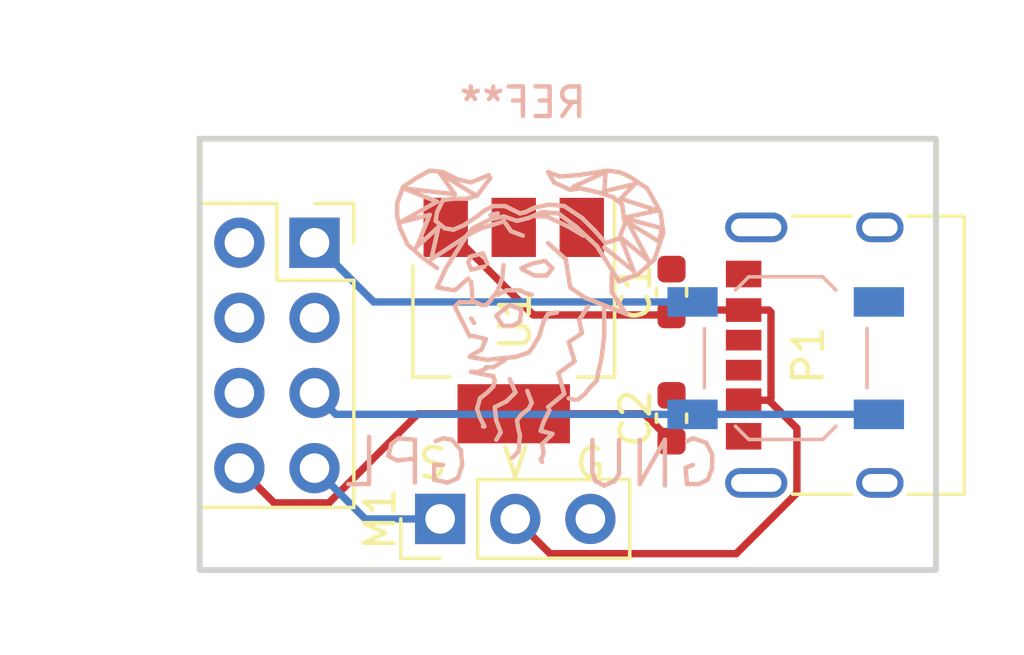
<source format=kicad_pcb>
(kicad_pcb (version 20211014) (generator pcbnew)
  (title_block (title "ESP8266 Blinker XiaoAI") (date "2022-03-08") (rev "1.0") (company "St.kai"))
  (layers (0 "F.Cu" signal) (31 "B.Cu" signal) (34 "B.Paste" user) (35 "F.Paste" user) (36 "B.SilkS" user "B.Silkscreen") (37 "F.SilkS" user "F.Silkscreen") (38 "B.Mask" user) (39 "F.Mask" user) (44 "Edge.Cuts" user))
  (net 0 "")
  (net 1 "+5V")
  (net 2 "GND")
  (net 3 "+3V3")
  (net 4 "/TX")
  (net 5 "/IO2")
  (net 6 "/EN")
  (net 7 "/IO0")
  (net 8 "/RST")
  (net 9 "/RX")
  (footprint "Library:USB_C_6P" (layer "F.Cu") (at 148.9456 94.3864 90)
    (fp_text reference "P1" (at 0 -1.3716 90 unlocked) (layer "F.SilkS"))
    (fp_text value "USB_C_Plug_USB2.0")
    (fp_line (start 4.7 -1.9) (end 4.7 0.1) (layer "F.SilkS") (width 0.12))
    (fp_line (start -4.7 2) (end -4.7 3.9) (layer "F.SilkS") (width 0.12))
    (fp_line (start -4.7 3.9) (end 4.7 3.9) (layer "F.SilkS") (width 0.12))
    (fp_line (start 4.7 2) (end 4.7 3.9) (layer "F.SilkS") (width 0.12))
    (fp_line (start -4.7 -1.9) (end -4.7 0.1) (layer "F.SilkS") (width 0.12))
    (pad "A5" smd rect (at -0.508 -3.556 90) (size 0.7 1.2) (layers "F.Cu" "F.Paste" "F.Mask"))
    (pad "A9" smd rect (at 1.524 -3.556 90) (size 0.8 1.2) (layers "F.Cu" "F.Paste" "F.Mask") (net 1 "+5V"))
    (pad "A12" smd rect (at 2.7432 -3.556 90) (size 0.9 1.2) (layers "F.Cu" "F.Paste" "F.Mask") (net 2 "GND"))
    (pad "B5" smd rect (at 0.508 -3.556 90) (size 0.7 1.2) (layers "F.Cu" "F.Paste" "F.Mask"))
    (pad "B9" smd rect (at -1.524 -3.556 90) (size 0.8 1.2) (layers "F.Cu" "F.Paste" "F.Mask") (net 1 "+5V"))
    (pad "B12" smd rect (at -2.7432 -3.556 90) (size 0.9 1.2) (layers "F.Cu" "F.Paste" "F.Mask") (net 2 "GND"))
    (pad "S1" thru_hole oval (at -4.32 1.05 90) (size 1 1.6) (drill oval 0.6 1.2) (layers *.Cu *.Mask))
    (pad "S1" thru_hole oval (at 4.32 1.05 90) (size 1 1.6) (drill oval 0.6 1.2) (layers *.Cu *.Mask))
    (pad "S1" thru_hole oval (at 4.32 -3.13 90) (size 1 2.1) (drill oval 0.6 1.7) (layers *.Cu *.Mask))
    (pad "S1" thru_hole oval (at -4.32 -3.13 90) (size 1 2.1) (drill oval 0.6 1.7) (layers *.Cu *.Mask))
  )
  (footprint "Connector_PinHeader_2.54mm:PinHeader_1x03_P2.54mm_Vertical" (layer "F.Cu") (at 135.128 99.9236 90)
    (fp_text reference "M1" (at 0 -2.032 90) (layer "F.SilkS"))
    (fp_text value "Motor_Servo")
    (fp_line (start 1.33 1.27) (end 1.33 6.41) (layer "F.SilkS") (width 0.12))
    (fp_line (start -1.33 1.27) (end -1.33 6.41) (layer "F.SilkS") (width 0.12))
    (fp_line (start -1.33 0) (end -1.33 -1.33) (layer "F.SilkS") (width 0.12))
    (fp_line (start -1.33 -1.33) (end 0 -1.33) (layer "F.SilkS") (width 0.12))
    (fp_line (start -1.33 1.27) (end 1.33 1.27) (layer "F.SilkS") (width 0.12))
    (fp_line (start -1.33 6.41) (end 1.33 6.41) (layer "F.SilkS") (width 0.12))
    (pad "1" thru_hole rect (at 0 0 90) (size 1.7 1.7) (drill 1) (layers *.Cu *.Mask) (net 9 "/RX"))
    (pad "2" thru_hole oval (at 0 2.54 90) (size 1.7 1.7) (drill 1) (layers *.Cu *.Mask) (net 1 "+5V"))
    (pad "3" thru_hole oval (at 0 5.08 90) (size 1.7 1.7) (drill 1) (layers *.Cu *.Mask) (net 2 "GND"))
  )
  (footprint "Capacitor_SMD:C_0603_1608Metric" (layer "F.Cu") (at 142.9512 96.52 90)
    (fp_text reference "C2" (at 0 -1.2192 90) (layer "F.SilkS"))
    (fp_text value "C")
    (fp_line (start -0.14058 -0.51) (end 0.14058 -0.51) (layer "F.SilkS") (width 0.12))
    (fp_line (start -0.14058 0.51) (end 0.14058 0.51) (layer "F.SilkS") (width 0.12))
    (pad "1" smd roundrect (at -0.775 0 90) (size 0.9 0.95) (layers "F.Cu" "F.Paste" "F.Mask") (net 3 "+3V3"))
    (pad "2" smd roundrect (at 0.775 0 90) (size 0.9 0.95) (layers "F.Cu" "F.Paste" "F.Mask") (net 2 "GND"))
  )
  (footprint "Capacitor_SMD:C_0603_1608Metric" (layer "F.Cu") (at 142.9512 92.2528 90)
    (fp_text reference "C1" (at 0 -1.2192 90) (layer "F.SilkS"))
    (fp_text value "C")
    (fp_line (start -0.14058 -0.51) (end 0.14058 -0.51) (layer "F.SilkS") (width 0.12))
    (fp_line (start -0.14058 0.51) (end 0.14058 0.51) (layer "F.SilkS") (width 0.12))
    (pad "1" smd roundrect (at -0.775 0 90) (size 0.9 0.95) (layers "F.Cu" "F.Paste" "F.Mask") (net 1 "+5V"))
    (pad "2" smd roundrect (at 0.775 0 90) (size 0.9 0.95) (layers "F.Cu" "F.Paste" "F.Mask") (net 2 "GND"))
  )
  (footprint "Package_TO_SOT_SMD:SOT-223-3_TabPin2" (layer "F.Cu") (at 137.6172 93.218 -90)
    (fp_text reference "U1" (at 0 -0.0508 90) (layer "F.SilkS"))
    (fp_text value "AMS1117")
    (fp_line (start 1.91 -3.41) (end 1.91 -2.15) (layer "F.SilkS") (width 0.12))
    (fp_line (start 1.91 3.41) (end 1.91 2.15) (layer "F.SilkS") (width 0.12))
    (fp_line (start -4.1 -3.41) (end 1.91 -3.41) (layer "F.SilkS") (width 0.12))
    (fp_line (start -1.85 3.41) (end 1.91 3.41) (layer "F.SilkS") (width 0.12))
    (pad "1" smd rect (at -3.15 -2.3 270) (size 2 1.5) (layers "F.Cu" "F.Paste" "F.Mask") (net 2 "GND"))
    (pad "2" smd rect (at -3.15 0 270) (size 2 1.5) (layers "F.Cu" "F.Paste" "F.Mask") (net 3 "+3V3"))
    (pad "2" smd rect (at 3.15 0 270) (size 2 3.8) (layers "F.Cu" "F.Paste" "F.Mask") (net 3 "+3V3"))
    (pad "3" smd rect (at -3.15 2.3 270) (size 2 1.5) (layers "F.Cu" "F.Paste" "F.Mask") (net 1 "+5V"))
  )
  (footprint "Connector_PinSocket_2.54mm:PinSocket_2x04_P2.54mm_Vertical" (layer "F.Cu") (at 130.8808 90.5864)
    (fp_text reference "J1" hide)
    (fp_text value "Conn_02x04_Top_Bottom")
    (fp_line (start -3.87 -1.33) (end -1.27 -1.33) (layer "F.SilkS") (width 0.12))
    (fp_line (start -1.27 1.27) (end 1.33 1.27) (layer "F.SilkS") (width 0.12))
    (fp_line (start 0 -1.33) (end 1.33 -1.33) (layer "F.SilkS") (width 0.12))
    (fp_line (start 1.33 -1.33) (end 1.33 0) (layer "F.SilkS") (width 0.12))
    (fp_line (start -3.87 -1.33) (end -3.87 8.95) (layer "F.SilkS") (width 0.12))
    (fp_line (start -1.27 -1.33) (end -1.27 1.27) (layer "F.SilkS") (width 0.12))
    (fp_line (start 1.33 1.27) (end 1.33 8.95) (layer "F.SilkS") (width 0.12))
    (fp_line (start -3.87 8.95) (end 1.33 8.95) (layer "F.SilkS") (width 0.12))
    (pad "1" thru_hole rect (at 0 0) (size 1.7 1.7) (drill 1) (layers *.Cu *.Mask) (net 2 "GND"))
    (pad "2" thru_hole oval (at -2.54 0) (size 1.7 1.7) (drill 1) (layers *.Cu *.Mask) (net 4 "/TX"))
    (pad "3" thru_hole oval (at 0 2.54) (size 1.7 1.7) (drill 1) (layers *.Cu *.Mask) (net 5 "/IO2"))
    (pad "4" thru_hole oval (at -2.54 2.54) (size 1.7 1.7) (drill 1) (layers *.Cu *.Mask) (net 6 "/EN"))
    (pad "5" thru_hole oval (at 0 5.08) (size 1.7 1.7) (drill 1) (layers *.Cu *.Mask) (net 7 "/IO0"))
    (pad "6" thru_hole oval (at -2.54 5.08) (size 1.7 1.7) (drill 1) (layers *.Cu *.Mask) (net 8 "/RST"))
    (pad "7" thru_hole oval (at 0 7.62) (size 1.7 1.7) (drill 1) (layers *.Cu *.Mask) (net 9 "/RX"))
    (pad "8" thru_hole oval (at -2.54 7.62) (size 1.7 1.7) (drill 1) (layers *.Cu *.Mask) (net 3 "+3V3"))
  )
  (footprint "Symbol:Symbol_GNU-Logo_SilkscreenTop" (layer "B.Cu") (at 137.92581 91.89593 180)
    (fp_text reference "REF**" (at 0 6.05028) (layer "B.SilkS") (effects (justify mirror)))
    (fp_text value "Symbol_GNU-Logo_SilkscreenTop")
    (fp_line (start -3.29946 2.79908) (end -3.79984 3.29946) (layer "B.SilkS") (width 0.15))
    (fp_line (start 0.09906 -5.19938) (end 0.14986 -5.75056) (layer "B.SilkS") (width 0.15))
    (fp_line (start -2.49936 1.19888) (end -1.80086 1.84912) (layer "B.SilkS") (width 0.15))
    (fp_line (start -0.29972 0.59944) (end -0.7493 0.70104) (layer "B.SilkS") (width 0.15))
    (fp_line (start -2.49936 -3.35026) (end -2.55016 -3.05054) (layer "B.SilkS") (width 0.15))
    (fp_line (start 2.79908 3.64998) (end 1.651 2.94894) (layer "B.SilkS") (width 0.15))
    (fp_line (start 1.75006 -0.70104) (end 2.14884 -0.70104) (layer "B.SilkS") (width 0.15))
    (fp_line (start -1.89992 -1.30048) (end -1.99898 -1.75006) (layer "B.SilkS") (width 0.15))
    (fp_line (start -1.19888 2.30124) (end -0.65024 2.3495) (layer "B.SilkS") (width 0.15))
    (fp_line (start 2.94894 2.04978) (end 2.64922 1.80086) (layer "B.SilkS") (width 0.15))
    (fp_line (start -0.09906 -0.39878) (end -0.29972 -0.44958) (layer "B.SilkS") (width 0.15))
    (fp_line (start 0.39878 1.69926) (end 0.65024 2.04978) (layer "B.SilkS") (width 0.15))
    (fp_line (start -0.70104 -5.79882) (end -0.65024 -5.95122) (layer "B.SilkS") (width 0.15))
    (fp_line (start -2.75082 -1.84912) (end -2.75082 -1.34874) (layer "B.SilkS") (width 0.15))
    (fp_line (start -0.8001 2.19964) (end -0.44958 2.19964) (layer "B.SilkS") (width 0.15))
    (fp_line (start -3.59918 3.55092) (end -4.20116 3.1496) (layer "B.SilkS") (width 0.15))
    (fp_line (start 2.04978 -6.20014) (end 2.19964 -6.64972) (layer "B.SilkS") (width 0.15))
    (fp_line (start 3.0988 0.7493) (end 2.84988 1.84912) (layer "B.SilkS") (width 0.15))
    (fp_line (start 2.90068 2.70002) (end 4.04876 3.1496) (layer "B.SilkS") (width 0.15))
    (fp_line (start -0.59944 -5.04952) (end -1.00076 -5.15112) (layer "B.SilkS") (width 0.15))
    (fp_line (start 0.55118 -4.04876) (end 0.94996 -4.24942) (layer "B.SilkS") (width 0.15))
    (fp_line (start -3.74904 0.35052) (end -3.29946 1.50114) (layer "B.SilkS") (width 0.15))
    (fp_line (start 1.5494 -4.30022) (end 1.45034 -4.59994) (layer "B.SilkS") (width 0.15))
    (fp_line (start 1.89992 2.79908) (end 2.3495 2.79908) (layer "B.SilkS") (width 0.15))
    (fp_line (start 4.45008 -5.4991) (end 4.54914 -5.90042) (layer "B.SilkS") (width 0.15))
    (fp_line (start -6.4008 -6.2992) (end -6.25094 -6.70052) (layer "B.SilkS") (width 0.15))
    (fp_line (start 1.30048 2.4003) (end 1.00076 2.55016) (layer "B.SilkS") (width 0.15))
    (fp_line (start -4.54914 2.4003) (end -3.29946 2.79908) (layer "B.SilkS") (width 0.15))
    (fp_line (start 2.70002 2.75082) (end 2.90068 2.3495) (layer "B.SilkS") (width 0.15))
    (fp_line (start 1.84912 0.65024) (end 1.75006 0.39878) (layer "B.SilkS") (width 0.15))
    (fp_line (start -4.699 1.80086) (end -3.40106 2.14884) (layer "B.SilkS") (width 0.15))
    (fp_line (start 1.69926 1.80086) (end 1.89992 1.5494) (layer "B.SilkS") (width 0.15))
    (fp_line (start 2.90068 -0.20066) (end 2.30124 -0.29972) (layer "B.SilkS") (width 0.15))
    (fp_line (start 4.24942 2.19964) (end 4.15036 1.80086) (layer "B.SilkS") (width 0.15))
    (fp_line (start -5.95122 -6.85038) (end -5.5499 -6.85038) (layer "B.SilkS") (width 0.15))
    (fp_line (start 2.90068 2.3495) (end 2.94894 2.04978) (layer "B.SilkS") (width 0.15))
    (fp_line (start -1.19888 -3.0988) (end -1.39954 -3.79984) (layer "B.SilkS") (width 0.15))
    (fp_line (start 1.30048 -4.89966) (end 1.34874 -4.89966) (layer "B.SilkS") (width 0.15))
    (fp_line (start -4.20116 3.1496) (end -4.65074 2.3495) (layer "B.SilkS") (width 0.15))
    (fp_line (start 2.4003 -5.34924) (end 2.10058 -5.69976) (layer "B.SilkS") (width 0.15))
    (fp_line (start 1.99898 1.89992) (end 1.5494 2.19964) (layer "B.SilkS") (width 0.15))
    (fp_line (start 4.04876 3.1496) (end 2.30124 2.94894) (layer "B.SilkS") (width 0.15))
    (fp_line (start -3.2512 1.45034) (end -3.44932 1.95072) (layer "B.SilkS") (width 0.15))
    (fp_line (start -0.55118 -1.84912) (end -0.70104 -1.34874) (layer "B.SilkS") (width 0.15))
    (fp_line (start -3.50012 -1.09982) (end -2.10058 -0.55118) (layer "B.SilkS") (width 0.15))
    (fp_line (start 1.75006 0.8509) (end 1.84912 0.65024) (layer "B.SilkS") (width 0.15))
    (fp_line (start -0.89916 2.60096) (end -1.39954 2.55016) (layer "B.SilkS") (width 0.15))
    (fp_line (start -0.8509 3.70078) (end -1.24968 3.55092) (layer "B.SilkS") (width 0.15))
    (fp_line (start -0.20066 -2.4003) (end -0.35052 -2.19964) (layer "B.SilkS") (width 0.15))
    (fp_line (start -4.24942 0.70104) (end -3.55092 1.99898) (layer "B.SilkS") (width 0.15))
    (fp_line (start 3.1496 3.74904) (end 3.59918 3.50012) (layer "B.SilkS") (width 0.15))
    (fp_line (start 0.20066 -4.699) (end 0.14986 -5.00126) (layer "B.SilkS") (width 0.15))
    (fp_line (start 1.09982 2.10058) (end 1.69926 1.80086) (layer "B.SilkS") (width 0.15))
    (fp_line (start -2.79908 3.70078) (end -1.69926 3.2004) (layer "B.SilkS") (width 0.15))
    (fp_line (start -1.00076 -5.15112) (end -0.65024 -5.4991) (layer "B.SilkS") (width 0.15))
    (fp_line (start 0.20066 2.04978) (end 0.65024 2.19964) (layer "B.SilkS") (width 0.15))
    (fp_line (start -2.10058 -3.79984) (end -2.25044 -3.59918) (layer "B.SilkS") (width 0.15))
    (fp_line (start -2.19964 -0.8509) (end -1.89992 -1.30048) (layer "B.SilkS") (width 0.15))
    (fp_line (start -0.14986 -3.70078) (end -0.29972 -4.09956) (layer "B.SilkS") (width 0.15))
    (fp_line (start 2.19964 3.44932) (end 2.70002 3.70078) (layer "B.SilkS") (width 0.15))
    (fp_line (start 2.99974 -6.20014) (end 2.70002 -6.20014) (layer "B.SilkS") (width 0.15))
    (fp_line (start 1.19888 -3.74904) (end 1.45034 -3.9497) (layer "B.SilkS") (width 0.15))
    (fp_line (start 1.75006 3.35026) (end 2.19964 3.44932) (layer "B.SilkS") (width 0.15))
    (fp_line (start 2.3495 1.75006) (end 1.99898 1.89992) (layer "B.SilkS") (width 0.15))
    (fp_line (start -2.84988 3.74904) (end -3.2512 3.70078) (layer "B.SilkS") (width 0.15))
    (fp_line (start 1.09982 3.50012) (end 1.5494 2.90068) (layer "B.SilkS") (width 0.15))
    (fp_line (start 1.5494 2.90068) (end 1.89992 2.79908) (layer "B.SilkS") (width 0.15))
    (fp_line (start -2.70002 -2.25044) (end -2.75082 -1.84912) (layer "B.SilkS") (width 0.15))
    (fp_line (start 0.7493 -2.60096) (end 0.24892 -2.55016) (layer "B.SilkS") (width 0.15))
    (fp_line (start 4.20116 -5.30098) (end 4.45008 -5.4991) (layer "B.SilkS") (width 0.15))
    (fp_line (start -3.44932 1.95072) (end -3.35026 2.60096) (layer "B.SilkS") (width 0.15))
    (fp_line (start -1.75006 -4.0005) (end -1.5494 -3.9497) (layer "B.SilkS") (width 0.15))
    (fp_line (start 0.89916 -1.15062) (end 0.44958 -0.8001) (layer "B.SilkS") (width 0.15))
    (fp_line (start 0.8509 -0.29972) (end 0.94996 -0.44958) (layer "B.SilkS") (width 0.15))
    (fp_line (start 0.09906 2.30124) (end -0.09906 2.3495) (layer "B.SilkS") (width 0.15))
    (fp_line (start 3.8989 1.24968) (end 3.44932 0.8509) (layer "B.SilkS") (width 0.15))
    (fp_line (start -2.60096 2.99974) (end -1.95072 3.1496) (layer "B.SilkS") (width 0.15))
    (fp_line (start -4.8006 -6.90118) (end -4.8006 -5.34924) (layer "B.SilkS") (width 0.15))
    (fp_line (start 1.24968 -1.95072) (end 1.39954 -2.30124) (layer "B.SilkS") (width 0.15))
    (fp_line (start -0.7493 0.70104) (end -1.00076 0.44958) (layer "B.SilkS") (width 0.15))
    (fp_line (start 4.15036 1.80086) (end 3.8989 1.24968) (layer "B.SilkS") (width 0.15))
    (fp_line (start 1.09982 -0.65024) (end 1.24968 -0.8001) (layer "B.SilkS") (width 0.15))
    (fp_line (start 1.00076 -2.90068) (end 1.24968 -2.90068) (layer "B.SilkS") (width 0.15))
    (fp_line (start 1.75006 0) (end 1.69926 -0.65024) (layer "B.SilkS") (width 0.15))
    (fp_line (start 1.80086 -2.55016) (end 1.19888 -2.64922) (layer "B.SilkS") (width 0.15))
    (fp_line (start -0.70104 -4.7498) (end -0.59944 -5.04952) (layer "B.SilkS") (width 0.15))
    (fp_line (start -1.5494 1.84912) (end -0.8001 2.19964) (layer "B.SilkS") (width 0.15))
    (fp_line (start 0.44958 -3.29946) (end 0.24892 -3.74904) (layer "B.SilkS") (width 0.15))
    (fp_line (start -1.04902 3.35026) (end -0.8509 3.70078) (layer "B.SilkS") (width 0.15))
    (fp_line (start 3.59918 3.50012) (end 4.04876 3.2004) (layer "B.SilkS") (width 0.15))
    (fp_line (start 5.19938 -5.25018) (end 5.19938 -6.85038) (layer "B.SilkS") (width 0.15))
    (fp_line (start -1.5494 -2.04978) (end -1.75006 -2.70002) (layer "B.SilkS") (width 0.15))
    (fp_line (start -0.59944 -5.99948) (end -0.65024 -6.10108) (layer "B.SilkS") (width 0.15))
    (fp_line (start -3.05054 2.84988) (end -2.60096 2.99974) (layer "B.SilkS") (width 0.15))
    (fp_line (start -2.04978 1.5494) (end -1.5494 1.84912) (layer "B.SilkS") (width 0.15))
    (fp_line (start -3.0988 -6.74878) (end -2.75082 -6.90118) (layer "B.SilkS") (width 0.15))
    (fp_line (start 1.39954 1.80086) (end 1.80086 1.6002) (layer "B.SilkS") (width 0.15))
    (fp_line (start 0.7493 -5.10032) (end 0.89916 -5.34924) (layer "B.SilkS") (width 0.15))
    (fp_line (start -1.80086 1.84912) (end -1.19888 2.30124) (layer "B.SilkS") (width 0.15))
    (fp_line (start -2.64922 -2.64922) (end -2.70002 -2.25044) (layer "B.SilkS") (width 0.15))
    (fp_line (start 0.24892 -3.74904) (end 0.55118 -4.04876) (layer "B.SilkS") (width 0.15))
    (fp_line (start 1.34874 0.94996) (end 1.75006 0.8509) (layer "B.SilkS") (width 0.15))
    (fp_line (start 0.94996 -3.35026) (end 1.00076 -3.55092) (layer "B.SilkS") (width 0.15))
    (fp_line (start -1.95072 3.1496) (end -1.6002 3.0988) (layer "B.SilkS") (width 0.15))
    (fp_line (start 1.00076 2.55016) (end 0.59944 2.55016) (layer "B.SilkS") (width 0.15))
    (fp_line (start -3.8989 0.24892) (end -3.2512 0) (layer "B.SilkS") (width 0.15))
    (fp_line (start -6.4008 -5.84962) (end -6.4008 -6.2992) (layer "B.SilkS") (width 0.15))
    (fp_line (start -0.70104 -1.34874) (end -0.8509 -1.09982) (layer "B.SilkS") (width 0.15))
    (fp_line (start 1.75006 0.39878) (end 1.30048 0.50038) (layer "B.SilkS") (width 0.15))
    (fp_line (start -6.20014 -5.45084) (end -6.4008 -5.84962) (layer "B.SilkS") (width 0.15))
    (fp_line (start 1.89992 1.5494) (end 2.60096 0.44958) (layer "B.SilkS") (width 0.15))
    (fp_line (start -6.25094 -6.70052) (end -5.95122 -6.85038) (layer "B.SilkS") (width 0.15))
    (fp_line (start -1.89992 3.59918) (end -2.84988 3.74904) (layer "B.SilkS") (width 0.15))
    (fp_line (start -1.6002 3.0988) (end -1.04902 3.35026) (layer "B.SilkS") (width 0.15))
    (fp_line (start 2.30124 -0.29972) (end 1.84912 0.09906) (layer "B.SilkS") (width 0.15))
    (fp_line (start 1.19888 -2.64922) (end 0.7493 -2.60096) (layer "B.SilkS") (width 0.15))
    (fp_line (start -2.4511 -6.74878) (end -2.3495 -6.44906) (layer "B.SilkS") (width 0.15))
    (fp_line (start -1.99898 2.14884) (end -2.4511 1.69926) (layer "B.SilkS") (width 0.15))
    (fp_line (start 0.09906 -1.34874) (end 0.35052 -1.50114) (layer "B.SilkS") (width 0.15))
    (fp_line (start -4.65074 2.3495) (end -4.7498 1.651) (layer "B.SilkS") (width 0.15))
    (fp_line (start -1.84912 -4.0005) (end -2.10058 -3.79984) (layer "B.SilkS") (width 0.15))
    (fp_line (start -1.75006 -2.70002) (end -1.19888 -3.0988) (layer "B.SilkS") (width 0.15))
    (fp_line (start -4.8006 -5.34924) (end -3.9497 -6.85038) (layer "B.SilkS") (width 0.15))
    (fp_line (start -1.99898 -1.75006) (end -1.5494 -2.04978) (layer "B.SilkS") (width 0.15))
    (fp_line (start 0.89916 -4.699) (end 0.7493 -5.10032) (layer "B.SilkS") (width 0.15))
    (fp_line (start -2.99974 -0.35052) (end -3.50012 -1.09982) (layer "B.SilkS") (width 0.15))
    (fp_line (start -0.20066 -4.30022) (end 0.0508 -4.50088) (layer "B.SilkS") (width 0.15))
    (fp_line (start -1.45034 0.7493) (end -0.8509 1.30048) (layer "B.SilkS") (width 0.15))
    (fp_line (start -2.79908 1.30048) (end -3.2512 1.45034) (layer "B.SilkS") (width 0.15))
    (fp_line (start 0.0508 -4.50088) (end 0.20066 -4.699) (layer "B.SilkS") (width 0.15))
    (fp_line (start 3.59918 1.15062) (end 3.1496 2.25044) (layer "B.SilkS") (width 0.15))
    (fp_line (start -5.4991 -6.2992) (end -5.75056 -6.20014) (layer "B.SilkS") (width 0.15))
    (fp_line (start -1.39954 2.55016) (end -1.99898 2.14884) (layer "B.SilkS") (width 0.15))
    (fp_line (start -3.55092 1.99898) (end -4.59994 1.34874) (layer "B.SilkS") (width 0.15))
    (fp_line (start 2.19964 -6.64972) (end 2.55016 -6.79958) (layer "B.SilkS") (width 0.15))
    (fp_line (start 3.64998 -5.34924) (end 4.20116 -5.30098) (layer "B.SilkS") (width 0.15))
    (fp_line (start -2.4511 1.69926) (end -2.79908 1.30048) (layer "B.SilkS") (width 0.15))
    (fp_line (start -2.75082 1.15062) (end -3.74904 0.35052) (layer "B.SilkS") (width 0.15))
    (fp_line (start -5.5499 -6.85038) (end -5.4991 -6.2992) (layer "B.SilkS") (width 0.15))
    (fp_line (start -1.00076 0.44958) (end -0.8001 0.20066) (layer "B.SilkS") (width 0.15))
    (fp_line (start 0.14986 -5.00126) (end 0.09906 -5.19938) (layer "B.SilkS") (width 0.15))
    (fp_line (start 1.39954 -0.8001) (end 1.6002 -0.70104) (layer "B.SilkS") (width 0.15))
    (fp_line (start 0.24892 -0.29972) (end 0.09906 -0.29972) (layer "B.SilkS") (width 0.15))
    (fp_line (start 0.94996 -4.24942) (end 0.89916 -4.699) (layer "B.SilkS") (width 0.15))
    (fp_line (start -4.59994 1.34874) (end -4.699 1.80086) (layer "B.SilkS") (width 0.15))
    (fp_line (start 1.75006 -3.05054) (end 1.5494 -3.0988) (layer "B.SilkS") (width 0.15))
    (fp_line (start 2.64922 1.80086) (end 2.3495 1.75006) (layer "B.SilkS") (width 0.15))
    (fp_line (start 4.24942 2.64922) (end 4.24942 2.19964) (layer "B.SilkS") (width 0.15))
    (fp_line (start -0.20066 2.14884) (end 0.20066 2.04978) (layer "B.SilkS") (width 0.15))
    (fp_line (start 0.70104 0.09906) (end 0.8509 -0.29972) (layer "B.SilkS") (width 0.15))
    (fp_line (start 0.0508 -0.94996) (end 0.09906 -1.34874) (layer "B.SilkS") (width 0.15))
    (fp_line (start -3.29946 1.50114) (end -4.24942 0.70104) (layer "B.SilkS") (width 0.15))
    (fp_line (start 2.94894 -5.40004) (end 2.70002 -5.30098) (layer "B.SilkS") (width 0.15))
    (fp_line (start 0.59944 2.55016) (end 0.09906 2.30124) (layer "B.SilkS") (width 0.15))
    (fp_line (start 3.64998 -6.79958) (end 3.64998 -5.34924) (layer "B.SilkS") (width 0.15))
    (fp_line (start -3.40106 2.14884) (end -4.54914 2.4003) (layer "B.SilkS") (width 0.15))
    (fp_line (start 1.5494 2.19964) (end 1.30048 2.4003) (layer "B.SilkS") (width 0.15))
    (fp_line (start -0.65024 -5.4991) (end -0.70104 -5.79882) (layer "B.SilkS") (width 0.15))
    (fp_line (start -1.24968 3.55092) (end -1.89992 3.59918) (layer "B.SilkS") (width 0.15))
    (fp_line (start 2.3495 2.79908) (end 2.70002 2.75082) (layer "B.SilkS") (width 0.15))
    (fp_line (start 5.19938 -6.85038) (end 5.90042 -6.85038) (layer "B.SilkS") (width 0.15))
    (fp_line (start 0.24892 -2.55016) (end -0.20066 -2.4003) (layer "B.SilkS") (width 0.15))
    (fp_line (start 1.80086 1.6002) (end 3.0988 0.7493) (layer "B.SilkS") (width 0.15))
    (fp_line (start 2.70002 -5.30098) (end 2.4003 -5.34924) (layer "B.SilkS") (width 0.15))
    (fp_line (start 0.65024 -1.50114) (end 0.7493 -1.39954) (layer "B.SilkS") (width 0.15))
    (fp_line (start -2.75082 -6.90118) (end -2.4511 -6.74878) (layer "B.SilkS") (width 0.15))
    (fp_line (start 0.8509 2.30124) (end 1.09982 2.25044) (layer "B.SilkS") (width 0.15))
    (fp_line (start -2.75082 -1.34874) (end -2.75082 -0.8509) (layer "B.SilkS") (width 0.15))
    (fp_line (start 1.24968 -2.94894) (end 1.50114 -3.05054) (layer "B.SilkS") (width 0.15))
    (fp_line (start -2.75082 3.05054) (end -2.79908 3.70078) (layer "B.SilkS") (width 0.15))
    (fp_line (start 4.04876 3.2004) (end 4.24942 2.64922) (layer "B.SilkS") (width 0.15))
    (fp_line (start -3.2512 3.70078) (end -3.59918 3.55092) (layer "B.SilkS") (width 0.15))
    (fp_line (start -2.10058 -0.55118) (end -1.6002 -0.20066) (layer "B.SilkS") (width 0.15))
    (fp_line (start 1.45034 -3.9497) (end 1.5494 -4.30022) (layer "B.SilkS") (width 0.15))
    (fp_line (start -0.39878 2.49936) (end -0.89916 2.60096) (layer "B.SilkS") (width 0.15))
    (fp_line (start 0.35052 -1.50114) (end 0.65024 -1.50114) (layer "B.SilkS") (width 0.15))
    (fp_line (start 3.1496 2.25044) (end 4.15036 1.99898) (layer "B.SilkS") (width 0.15))
    (fp_line (start 0.14986 -5.75056) (end 0.35052 -5.95122) (layer "B.SilkS") (width 0.15))
    (fp_line (start 1.45034 -4.59994) (end 1.30048 -4.89966) (layer "B.SilkS") (width 0.15))
    (fp_line (start 0.09906 -0.29972) (end -0.09906 -0.39878) (layer "B.SilkS") (width 0.15))
    (fp_line (start -0.8001 0.20066) (end -0.39878 0.20066) (layer "B.SilkS") (width 0.15))
    (fp_line (start 4.54914 -5.90042) (end 4.24942 -6.05028) (layer "B.SilkS") (width 0.15))
    (fp_line (start 2.99974 -6.70052) (end 2.99974 -6.20014) (layer "B.SilkS") (width 0.15))
    (fp_line (start -3.2512 -5.34924) (end -3.2512 -6.49986) (layer "B.SilkS") (width 0.15))
    (fp_line (start -0.8509 -1.09982) (end -1.15062 -1.04902) (layer "B.SilkS") (width 0.15))
    (fp_line (start 0.59944 -2.64922) (end 1.00076 -2.90068) (layer "B.SilkS") (width 0.15))
    (fp_line (start 0.44958 -0.8001) (end 0.0508 -0.94996) (layer "B.SilkS") (width 0.15))
    (fp_line (start 2.30124 2.94894) (end 2.79908 3.64998) (layer "B.SilkS") (width 0.15))
    (fp_line (start 3.44932 0.8509) (end 2.90068 0.44958) (layer "B.SilkS") (width 0.15))
    (fp_line (start 0.65024 2.19964) (end 1.09982 2.10058) (layer "B.SilkS") (width 0.15))
    (fp_line (start 1.15062 3.59918) (end 1.75006 3.35026) (layer "B.SilkS") (width 0.15))
    (fp_line (start 1.651 -1.84912) (end 1.24968 -1.95072) (layer "B.SilkS") (width 0.15))
    (fp_line (start 2.84988 1.84912) (end 3.59918 1.15062) (layer "B.SilkS") (width 0.15))
    (fp_line (start 1.00076 -3.2004) (end 0.94996 -3.35026) (layer "B.SilkS") (width 0.15))
    (fp_line (start 2.14884 -0.70104) (end 2.30124 -0.8509) (layer "B.SilkS") (width 0.15))
    (fp_line (start 1.24968 -0.8001) (end 1.39954 -0.8001) (layer "B.SilkS") (width 0.15))
    (fp_line (start -0.39878 0.20066) (end 0 0.39878) (layer "B.SilkS") (width 0.15))
    (fp_line (start 0.7493 -1.39954) (end 0.89916 -1.15062) (layer "B.SilkS") (width 0.15))
    (fp_line (start -0.65024 2.3495) (end -0.20066 2.14884) (layer "B.SilkS") (width 0.15))
    (fp_line (start -4.45008 0.7493) (end -3.8989 0.24892) (layer "B.SilkS") (width 0.15))
    (fp_line (start 0 1.5494) (end 0.39878 1.69926) (layer "B.SilkS") (width 0.15))
    (fp_line (start 1.6002 -0.70104) (end 1.80086 -0.70104) (layer "B.SilkS") (width 0.15))
    (fp_line (start -2.25044 -3.59918) (end -2.49936 -3.35026) (layer "B.SilkS") (width 0.15))
    (fp_line (start -2.99974 0.24892) (end -2.99974 -0.35052) (layer "B.SilkS") (width 0.15))
    (fp_line (start 0.0508 0.44958) (end -0.29972 0.59944) (layer "B.SilkS") (width 0.15))
    (fp_line (start -1.39954 -3.79984) (end -0.8509 -4.24942) (layer "B.SilkS") (width 0.15))
    (fp_line (start 1.19888 0.59944) (end 1.34874 0.94996) (layer "B.SilkS") (width 0.15))
    (fp_line (start -1.6002 -0.20066) (end -1.45034 0.7493) (layer "B.SilkS") (width 0.15))
    (fp_line (start -0.09906 2.3495) (end -0.39878 2.49936) (layer "B.SilkS") (width 0.15))
    (fp_line (start -3.79984 3.29946) (end -2.75082 3.05054) (layer "B.SilkS") (width 0.15))
    (fp_line (start 1.50114 -3.05054) (end 1.75006 -3.05054) (layer "B.SilkS") (width 0.15))
    (fp_line (start -2.3495 -6.44906) (end -2.3495 -5.34924) (layer "B.SilkS") (width 0.15))
    (fp_line (start -5.75056 -5.30098) (end -6.20014 -5.45084) (layer "B.SilkS") (width 0.15))
    (fp_line (start -3.35026 2.60096) (end -3.05054 2.84988) (layer "B.SilkS") (width 0.15))
    (fp_line (start 2.55016 -6.79958) (end 2.99974 -6.70052) (layer "B.SilkS") (width 0.15))
    (fp_line (start 0.7493 1.99898) (end 1.39954 1.80086) (layer "B.SilkS") (width 0.15))
    (fp_line (start 0.65024 0.55118) (end 0.70104 0.09906) (layer "B.SilkS") (width 0.15))
    (fp_line (start -5.5499 -5.40004) (end -5.75056 -5.30098) (layer "B.SilkS") (width 0.15))
    (fp_line (start -4.7498 1.651) (end -4.45008 0.7493) (layer "B.SilkS") (width 0.15))
    (fp_line (start -0.29972 -4.09956) (end -0.20066 -4.30022) (layer "B.SilkS") (width 0.15))
    (fp_line (start 0.55118 -0.29972) (end 0.24892 -0.29972) (layer "B.SilkS") (width 0.15))
    (fp_line (start -3.9497 -6.85038) (end -3.9497 -5.34924) (layer "B.SilkS") (width 0.15))
    (fp_line (start -0.89916 -4.35102) (end -0.70104 -4.7498) (layer "B.SilkS") (width 0.15))
    (fp_line (start 0.8509 -0.44958) (end 0.55118 -0.29972) (layer "B.SilkS") (width 0.15))
    (fp_line (start 1.00076 -3.55092) (end 1.19888 -3.74904) (layer "B.SilkS") (width 0.15))
    (fp_line (start 2.10058 -5.69976) (end 2.04978 -6.20014) (layer "B.SilkS") (width 0.15))
    (fp_line (start 1.39954 -2.30124) (end 1.75006 -2.49936) (layer "B.SilkS") (width 0.15))
    (fp_line (start 1.75006 -1.24968) (end 1.651 -1.39954) (layer "B.SilkS") (width 0.15))
    (fp_line (start 1.5494 -3.0988) (end 1.00076 -3.2004) (layer "B.SilkS") (width 0.15))
    (fp_line (start -0.35052 -2.19964) (end -0.55118 -1.84912) (layer "B.SilkS") (width 0.15))
    (fp_line (start -3.2512 0) (end -2.49936 1.19888) (layer "B.SilkS") (width 0.15))
    (fp_line (start 4.24942 -6.05028) (end 3.74904 -5.99948) (layer "B.SilkS") (width 0.15))
    (fp_line (start -3.2512 -6.49986) (end -3.0988 -6.74878) (layer "B.SilkS") (width 0.15))
    (fp_line (start 1.00076 -0.50038) (end 1.09982 -0.65024) (layer "B.SilkS") (width 0.15))
    (fp_line (start 2.30124 -0.8509) (end 1.80086 -1.84912) (layer "B.SilkS") (width 0.15))
    (fp_line (start 2.70002 3.70078) (end 3.1496 3.74904) (layer "B.SilkS") (width 0.15))
    (fp_line (start -2.55016 -3.05054) (end -2.64922 -2.64922) (layer "B.SilkS") (width 0.15))
    (fp_line (start 4.15036 1.99898) (end 2.90068 2.70002) (layer "B.SilkS") (width 0.15))
    (fp_line (start 2.60096 0.44958) (end 2.90068 -0.20066) (layer "B.SilkS") (width 0.15))
    (fp_line (start 1.80086 -1.84912) (end 1.651 -1.84912) (layer "B.SilkS") (width 0.15))
  )
  (footprint "Button_Switch_SMD:SW_SPST_TL3342" (layer "B.Cu") (at 146.812 94.488)
    (fp_text reference "SW1" hide)
    (fp_text value "SW_Push")
    (fp_line (start 1.7 -2.3) (end 1.25 -2.75) (layer "B.SilkS") (width 0.12))
    (fp_line (start -1.7 2.3) (end -1.25 2.75) (layer "B.SilkS") (width 0.12))
    (fp_line (start -1.25 2.75) (end 1.25 2.75) (layer "B.SilkS") (width 0.12))
    (fp_line (start 2.75 1) (end 2.75 -1) (layer "B.SilkS") (width 0.12))
    (fp_line (start -1.7 -2.3) (end -1.25 -2.75) (layer "B.SilkS") (width 0.12))
    (fp_line (start -2.75 1) (end -2.75 -1) (layer "B.SilkS") (width 0.12))
    (fp_line (start 1.7 2.3) (end 1.25 2.75) (layer "B.SilkS") (width 0.12))
    (fp_line (start -1.25 -2.75) (end 1.25 -2.75) (layer "B.SilkS") (width 0.12))
    (pad "1" smd rect (at -3.15 1.9) (size 1.7 1) (layers "B.Cu" "B.Paste" "B.Mask") (net 7 "/IO0"))
    (pad "1" smd rect (at 3.15 1.9) (size 1.7 1) (layers "B.Cu" "B.Paste" "B.Mask") (net 7 "/IO0"))
    (pad "2" smd rect (at -3.15 -1.9) (size 1.7 1) (layers "B.Cu" "B.Paste" "B.Mask") (net 2 "GND"))
    (pad "2" smd rect (at 3.15 -1.9) (size 1.7 1) (layers "B.Cu" "B.Paste" "B.Mask") (net 2 "GND"))
  )
  (gr_rect (start 127 101.6508) (end 151.892 87.0712) (layer "Edge.Cuts") (width 0.2) (fill none))
  (gr_text "G" (at 140.208 98.044) (layer "F.SilkS") (effects (font (size 1 1))))
  (gr_text "V" (at 137.668 98.044) (layer "F.SilkS") (effects (font (size 1 1))))
  (gr_text "S" (at 134.874 98.044) (layer "F.SilkS") (effects (font (size 1 1))))
  (segment (start 138.842511 101.098111) (end 137.668 99.9236) (width 0.25) (layer "F.Cu") (net 1))
  (segment (start 143.1166 92.8624) (end 145.3896 92.8624) (width 0.25) (layer "F.Cu") (net 1))
  (segment (start 147.19012 96.86092) (end 147.19012 99.047927) (width 0.25) (layer "F.Cu") (net 1))
  (segment (start 145.3896 95.9104) (end 146.2396 95.9104) (width 0.25) (layer "F.Cu") (net 1))
  (segment (start 146.2396 92.8624) (end 146.314111 92.936911) (width 0.25) (layer "F.Cu") (net 1))
  (segment (start 138.277 93.0278) (end 142.9512 93.0278) (width 0.25) (layer "F.Cu") (net 1))
  (segment (start 146.314111 95.835889) (end 146.2396 95.9104) (width 0.25) (layer "F.Cu") (net 1))
  (segment (start 135.3172 90.068) (end 138.277 93.0278) (width 0.25) (layer "F.Cu") (net 1))
  (segment (start 142.9512 93.0278) (end 143.1166 92.8624) (width 0.25) (layer "F.Cu") (net 1))
  (segment (start 145.139936 101.098111) (end 138.842511 101.098111) (width 0.25) (layer "F.Cu") (net 1))
  (segment (start 147.19012 99.047927) (end 145.139936 101.098111) (width 0.25) (layer "F.Cu") (net 1))
  (segment (start 145.3896 92.8624) (end 146.2396 92.8624) (width 0.25) (layer "F.Cu") (net 1))
  (segment (start 146.314111 92.936911) (end 146.314111 95.835889) (width 0.25) (layer "F.Cu") (net 1))
  (segment (start 146.2396 95.9104) (end 147.19012 96.86092) (width 0.25) (layer "F.Cu") (net 1))
  (segment (start 143.662 92.588) (end 132.8824 92.588) (width 0.25) (layer "B.Cu") (net 2))
  (segment (start 130.8808 90.5964) (end 130.8808 90.5864) (width 0.25) (layer "B.Cu") (net 2))
  (segment (start 132.8824 92.588) (end 130.8808 90.5864) (width 0.25) (layer "B.Cu") (net 2))
  (segment (start 142.9512 97.295) (end 142.0242 96.368) (width 0.25) (layer "F.Cu") (net 3))
  (segment (start 137.6172 96.368) (end 134.38021 96.368) (width 0.25) (layer "F.Cu") (net 3))
  (segment (start 131.367299 99.380911) (end 129.515311 99.380911) (width 0.25) (layer "F.Cu") (net 3))
  (segment (start 134.38021 96.368) (end 131.367299 99.380911) (width 0.25) (layer "F.Cu") (net 3))
  (segment (start 142.0242 96.368) (end 137.6172 96.368) (width 0.25) (layer "F.Cu") (net 3))
  (segment (start 129.515311 99.380911) (end 128.3408 98.2064) (width 0.25) (layer "F.Cu") (net 3))
  (segment (start 131.6024 96.388) (end 130.8808 95.6664) (width 0.25) (layer "B.Cu") (net 7))
  (segment (start 149.962 96.388) (end 143.662 96.388) (width 0.25) (layer "B.Cu") (net 7))
  (segment (start 143.662 96.388) (end 131.6024 96.388) (width 0.25) (layer "B.Cu") (net 7))
  (segment (start 135.128 99.9236) (end 132.598 99.9236) (width 0.25) (layer "B.Cu") (net 9))
  (segment (start 132.598 99.9236) (end 130.8808 98.2064) (width 0.25) (layer "B.Cu") (net 9))
)
</source>
